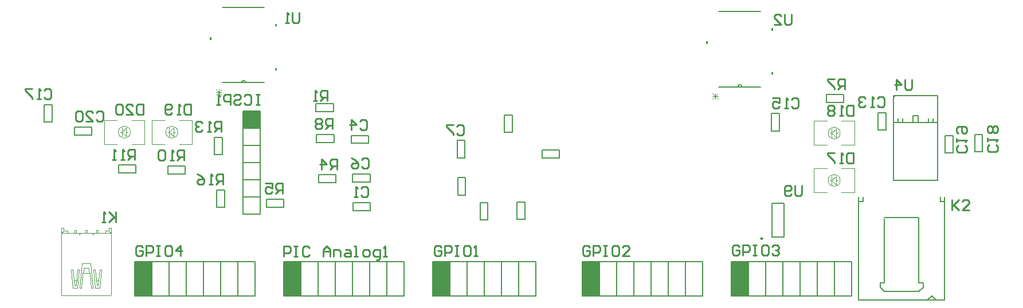
<source format=gbo>
%FSAX24Y24*%
%MOIN*%
G70*
G01*
G75*
G04 Layer_Color=32896*
%ADD10R,0.0300X0.0300*%
%ADD11R,0.0300X0.0300*%
G04:AMPARAMS|DCode=12|XSize=79mil|YSize=44mil|CornerRadius=22mil|HoleSize=0mil|Usage=FLASHONLY|Rotation=90.000|XOffset=0mil|YOffset=0mil|HoleType=Round|Shape=RoundedRectangle|*
%AMROUNDEDRECTD12*
21,1,0.0790,0.0000,0,0,90.0*
21,1,0.0350,0.0440,0,0,90.0*
1,1,0.0440,0.0000,0.0175*
1,1,0.0440,0.0000,-0.0175*
1,1,0.0440,0.0000,-0.0175*
1,1,0.0440,0.0000,0.0175*
%
%ADD12ROUNDEDRECTD12*%
%ADD13R,0.0472X0.2400*%
%ADD14O,0.0709X0.0094*%
%ADD15O,0.0094X0.0709*%
%ADD16O,0.0472X0.1181*%
%ADD17R,0.2323X0.2559*%
%ADD18O,0.0827X0.0138*%
%ADD19C,0.0060*%
%ADD20C,0.0100*%
%ADD21C,0.0094*%
%ADD22C,0.0295*%
%ADD23C,0.0197*%
%ADD24C,0.0700*%
%ADD25R,0.0700X0.0700*%
%ADD26R,0.0700X0.0700*%
%ADD27C,0.0400*%
%ADD28O,0.0600X0.1000*%
%ADD29C,0.0600*%
%ADD30C,0.2500*%
%ADD31C,0.0276*%
%ADD32O,0.0866X0.0236*%
%ADD33R,0.0600X0.1000*%
%ADD34R,0.1618X0.1717*%
%ADD35R,0.0500X0.0120*%
%ADD36C,0.0080*%
%ADD37C,0.0050*%
%ADD38C,0.0098*%
%ADD39C,0.0236*%
%ADD40C,0.0079*%
%ADD41R,0.1000X0.0996*%
%ADD42C,0.0040*%
%ADD43C,0.0030*%
%ADD44R,0.0996X0.1000*%
%ADD45R,0.0996X0.1000*%
G36*
X041645Y068559D02*
X041545Y068559D01*
X041545Y068709D01*
X041645Y068709D01*
X041645Y068559D01*
X041645Y068559D02*
G37*
G36*
X016585Y067007D02*
X016485Y067007D01*
X016485Y067157D01*
X016585Y067157D01*
X016585Y067007D01*
X016585Y067007D02*
G37*
G36*
X045455Y066767D02*
X045355Y066767D01*
X045355Y066917D01*
X045455Y066917D01*
X045455Y066767D01*
X045455Y066767D02*
G37*
G36*
X016585Y069567D02*
X016485Y069567D01*
X016485Y069717D01*
X016585Y069717D01*
X016585Y069567D01*
X016585Y069567D02*
G37*
G36*
X045455Y069327D02*
X045355Y069327D01*
X045355Y069477D01*
X045455Y069477D01*
X045455Y069327D01*
X045455Y069327D02*
G37*
G36*
X012775Y068799D02*
X012675Y068799D01*
X012675Y068949D01*
X012775Y068949D01*
X012775Y068799D01*
X012775Y068799D02*
G37*
D19*
X043620Y066065D02*
G03*
X043380Y066065I-000120J000000D01*
G01*
X014750Y066305D02*
G03*
X014510Y066305I-000120J000000D01*
G01*
X042280Y066065D02*
X044720Y066065D01*
X042280Y070435D02*
X044720Y070435D01*
X013410Y066305D02*
X015850Y066305D01*
X013410Y070675D02*
X015850Y070675D01*
X050410Y058140D02*
X050410Y059640D01*
X055410Y058140D02*
X055410Y059640D01*
X055410Y056640D02*
X055410Y058140D01*
X055410Y055140D02*
X055410Y056640D01*
X055410Y053640D02*
X055410Y055140D01*
X050410Y053640D02*
X050410Y058140D01*
X055160Y059390D02*
X055160Y059640D01*
X055160Y059390D02*
X055410Y059390D01*
X050660Y059390D02*
X050660Y059640D01*
X050410Y059390D02*
X050660Y059390D01*
X054410Y053640D02*
X054660Y053890D01*
X054910Y053640D01*
X053910Y054140D02*
X054160Y054390D01*
X054160Y054640D01*
X053910Y054640D02*
X054160Y054640D01*
X053910Y054640D02*
X053910Y058440D01*
X051910Y058440D02*
X053910Y058440D01*
X051910Y054140D02*
X053910Y054140D01*
X051660Y054390D02*
X051910Y054140D01*
X051660Y054390D02*
X051660Y054640D01*
X051910Y054640D01*
X051910Y058390D01*
X051910Y058440D02*
X053910Y058440D01*
X051910Y054140D02*
X053910Y054140D01*
X050410Y053640D02*
X055410Y053640D01*
D20*
X046500Y065320D02*
X046600Y065420D01*
X046800Y065420D01*
X046900Y065320D01*
X046900Y064920D01*
X046800Y064820D01*
X046600Y064820D01*
X046500Y064920D01*
X046300Y064820D02*
X046100Y064820D01*
X046200Y064820D01*
X046200Y065420D01*
X046300Y065320D01*
X045400Y065420D02*
X045800Y065420D01*
X045800Y065120D01*
X045600Y065220D01*
X045500Y065220D01*
X045400Y065120D01*
X045400Y064920D01*
X045500Y064820D01*
X045700Y064820D01*
X045800Y064920D01*
X006080Y064540D02*
X006180Y064640D01*
X006380Y064640D01*
X006480Y064540D01*
X006480Y064140D01*
X006380Y064040D01*
X006180Y064040D01*
X006080Y064140D01*
X005480Y064040D02*
X005880Y064040D01*
X005480Y064440D01*
X005480Y064540D01*
X005580Y064640D01*
X005780Y064640D01*
X005880Y064540D01*
X005280Y064540D02*
X005180Y064640D01*
X004980Y064640D01*
X004881Y064540D01*
X004881Y064140D01*
X004980Y064040D01*
X005180Y064040D01*
X005280Y064140D01*
X005280Y064540D01*
X016900Y059840D02*
X016900Y060440D01*
X016600Y060440D01*
X016500Y060340D01*
X016500Y060140D01*
X016600Y060040D01*
X016900Y060040D01*
X016700Y060040D02*
X016500Y059840D01*
X015900Y060440D02*
X016300Y060440D01*
X016300Y060140D01*
X016100Y060240D01*
X016000Y060240D01*
X015900Y060140D01*
X015900Y059940D01*
X016000Y059840D01*
X016200Y059840D01*
X016300Y059940D01*
X020080Y061260D02*
X020080Y061860D01*
X019780Y061860D01*
X019680Y061760D01*
X019680Y061560D01*
X019780Y061460D01*
X020080Y061460D01*
X019880Y061460D02*
X019680Y061260D01*
X019180Y061260D02*
X019180Y061860D01*
X019480Y061560D01*
X019080Y061560D01*
X034780Y056710D02*
X034680Y056810D01*
X034480Y056810D01*
X034380Y056710D01*
X034380Y056310D01*
X034480Y056210D01*
X034680Y056210D01*
X034780Y056310D01*
X034780Y056510D01*
X034580Y056510D01*
X034980Y056210D02*
X034980Y056810D01*
X035280Y056810D01*
X035380Y056710D01*
X035380Y056510D01*
X035280Y056410D01*
X034980Y056410D01*
X035580Y056810D02*
X035780Y056810D01*
X035680Y056810D01*
X035680Y056210D01*
X035580Y056210D01*
X035780Y056210D01*
X036379Y056810D02*
X036179Y056810D01*
X036079Y056710D01*
X036079Y056310D01*
X036179Y056210D01*
X036379Y056210D01*
X036479Y056310D01*
X036479Y056710D01*
X036379Y056810D01*
X037079Y056210D02*
X036679Y056210D01*
X037079Y056610D01*
X037079Y056710D01*
X036979Y056810D01*
X036779Y056810D01*
X036679Y056710D01*
X015560Y065600D02*
X015360Y065600D01*
X015460Y065600D01*
X015460Y065000D01*
X015560Y065000D01*
X015360Y065000D01*
X014660Y065500D02*
X014760Y065600D01*
X014960Y065600D01*
X015060Y065500D01*
X015060Y065100D01*
X014960Y065000D01*
X014760Y065000D01*
X014660Y065100D01*
X014060Y065500D02*
X014160Y065600D01*
X014360Y065600D01*
X014460Y065500D01*
X014460Y065400D01*
X014360Y065300D01*
X014160Y065300D01*
X014060Y065200D01*
X014060Y065100D01*
X014160Y065000D01*
X014360Y065000D01*
X014460Y065100D01*
X013861Y065000D02*
X013861Y065600D01*
X013561Y065600D01*
X013461Y065500D01*
X013461Y065300D01*
X013561Y065200D01*
X013861Y065200D01*
X013261Y065000D02*
X013061Y065000D01*
X013161Y065000D01*
X013161Y065600D01*
X013261Y065500D01*
X021520Y061810D02*
X021620Y061910D01*
X021820Y061910D01*
X021920Y061810D01*
X021920Y061410D01*
X021820Y061310D01*
X021620Y061310D01*
X021520Y061410D01*
X020920Y061910D02*
X021120Y061810D01*
X021320Y061610D01*
X021320Y061410D01*
X021220Y061310D01*
X021020Y061310D01*
X020920Y061410D01*
X020920Y061510D01*
X021020Y061610D01*
X021320Y061610D01*
X027050Y063760D02*
X027150Y063860D01*
X027350Y063860D01*
X027450Y063760D01*
X027450Y063360D01*
X027350Y063260D01*
X027150Y063260D01*
X027050Y063360D01*
X026850Y063860D02*
X026450Y063860D01*
X026450Y063760D01*
X026850Y063360D01*
X026850Y063260D01*
X021480Y060150D02*
X021580Y060250D01*
X021780Y060250D01*
X021880Y060150D01*
X021880Y059750D01*
X021780Y059650D01*
X021580Y059650D01*
X021480Y059750D01*
X021280Y059650D02*
X021080Y059650D01*
X021180Y059650D01*
X021180Y060250D01*
X021280Y060150D01*
X021420Y064060D02*
X021520Y064160D01*
X021720Y064160D01*
X021820Y064060D01*
X021820Y063660D01*
X021720Y063560D01*
X021520Y063560D01*
X021420Y063660D01*
X020920Y063560D02*
X020920Y064160D01*
X021220Y063860D01*
X020820Y063860D01*
X003040Y065860D02*
X003140Y065960D01*
X003340Y065960D01*
X003440Y065860D01*
X003440Y065460D01*
X003340Y065360D01*
X003140Y065360D01*
X003040Y065460D01*
X002840Y065360D02*
X002640Y065360D01*
X002740Y065360D01*
X002740Y065960D01*
X002840Y065860D01*
X002340Y065960D02*
X001940Y065960D01*
X001940Y065860D01*
X002340Y065460D01*
X002340Y065360D01*
X058400Y062680D02*
X058500Y062580D01*
X058500Y062380D01*
X058400Y062280D01*
X058000Y062280D01*
X057900Y062380D01*
X057900Y062580D01*
X058000Y062680D01*
X057900Y062880D02*
X057900Y063080D01*
X057900Y062980D01*
X058500Y062980D01*
X058400Y062880D01*
X058400Y063380D02*
X058500Y063480D01*
X058500Y063680D01*
X058400Y063780D01*
X058300Y063780D01*
X058200Y063680D01*
X058100Y063780D01*
X058000Y063780D01*
X057900Y063680D01*
X057900Y063480D01*
X058000Y063380D01*
X058100Y063380D01*
X058200Y063480D01*
X058300Y063380D01*
X058400Y063380D01*
X058200Y063480D02*
X058200Y063680D01*
X056620Y062640D02*
X056720Y062540D01*
X056720Y062340D01*
X056620Y062240D01*
X056220Y062240D01*
X056120Y062340D01*
X056120Y062540D01*
X056220Y062640D01*
X056120Y062840D02*
X056120Y063040D01*
X056120Y062940D01*
X056720Y062940D01*
X056620Y062840D01*
X056220Y063340D02*
X056120Y063440D01*
X056120Y063640D01*
X056220Y063740D01*
X056620Y063740D01*
X056720Y063640D01*
X056720Y063440D01*
X056620Y063340D01*
X056520Y063340D01*
X056420Y063440D01*
X056420Y063740D01*
X050090Y062230D02*
X050090Y061630D01*
X049790Y061630D01*
X049690Y061730D01*
X049690Y062130D01*
X049790Y062230D01*
X050090Y062230D01*
X049490Y061630D02*
X049290Y061630D01*
X049390Y061630D01*
X049390Y062230D01*
X049490Y062130D01*
X048990Y062230D02*
X048590Y062230D01*
X048590Y062130D01*
X048990Y061730D01*
X048990Y061630D01*
X050090Y064990D02*
X050090Y064390D01*
X049790Y064390D01*
X049690Y064490D01*
X049690Y064890D01*
X049790Y064990D01*
X050090Y064990D01*
X049490Y064390D02*
X049290Y064390D01*
X049390Y064390D01*
X049390Y064990D01*
X049490Y064890D01*
X048990Y064890D02*
X048890Y064990D01*
X048690Y064990D01*
X048590Y064890D01*
X048590Y064790D01*
X048690Y064690D01*
X048590Y064590D01*
X048590Y064490D01*
X048690Y064390D01*
X048890Y064390D01*
X048990Y064490D01*
X048990Y064590D01*
X048890Y064690D01*
X048990Y064790D01*
X048990Y064890D01*
X048890Y064690D02*
X048690Y064690D01*
X007190Y058770D02*
X007190Y058170D01*
X007190Y058370D01*
X006790Y058770D01*
X007090Y058470D01*
X006790Y058170D01*
X006590Y058170D02*
X006390Y058170D01*
X006490Y058170D01*
X006490Y058770D01*
X006590Y058670D01*
X055840Y059480D02*
X055840Y058880D01*
X055840Y059080D01*
X056240Y059480D01*
X055940Y059180D01*
X056240Y058880D01*
X056840Y058880D02*
X056440Y058880D01*
X056840Y059280D01*
X056840Y059380D01*
X056740Y059480D01*
X056540Y059480D01*
X056440Y059380D01*
X016960Y056190D02*
X016960Y056790D01*
X017260Y056790D01*
X017360Y056690D01*
X017360Y056490D01*
X017260Y056390D01*
X016960Y056390D01*
X017560Y056790D02*
X017760Y056790D01*
X017660Y056790D01*
X017660Y056190D01*
X017560Y056190D01*
X017760Y056190D01*
X018460Y056690D02*
X018360Y056790D01*
X018160Y056790D01*
X018060Y056690D01*
X018060Y056290D01*
X018160Y056190D01*
X018360Y056190D01*
X018460Y056290D01*
X019259Y056190D02*
X019259Y056590D01*
X019459Y056790D01*
X019659Y056590D01*
X019659Y056190D01*
X019659Y056490D01*
X019259Y056490D01*
X019859Y056190D02*
X019859Y056590D01*
X020159Y056590D01*
X020259Y056490D01*
X020259Y056190D01*
X020559Y056590D02*
X020759Y056590D01*
X020859Y056490D01*
X020859Y056190D01*
X020559Y056190D01*
X020459Y056290D01*
X020559Y056390D01*
X020859Y056390D01*
X021059Y056190D02*
X021259Y056190D01*
X021159Y056190D01*
X021159Y056790D01*
X021059Y056790D01*
X021658Y056190D02*
X021858Y056190D01*
X021958Y056290D01*
X021958Y056490D01*
X021858Y056590D01*
X021658Y056590D01*
X021559Y056490D01*
X021559Y056290D01*
X021658Y056190D01*
X022358Y055990D02*
X022458Y055990D01*
X022558Y056090D01*
X022558Y056590D01*
X022258Y056590D01*
X022158Y056490D01*
X022158Y056290D01*
X022258Y056190D01*
X022558Y056190D01*
X022758Y056190D02*
X022958Y056190D01*
X022858Y056190D01*
X022858Y056790D01*
X022758Y056690D01*
X019510Y065250D02*
X019510Y065850D01*
X019210Y065850D01*
X019110Y065750D01*
X019110Y065550D01*
X019210Y065450D01*
X019510Y065450D01*
X019310Y065450D02*
X019110Y065250D01*
X018910Y065250D02*
X018710Y065250D01*
X018810Y065250D01*
X018810Y065850D01*
X018910Y065750D01*
X049600Y065930D02*
X049600Y066530D01*
X049300Y066530D01*
X049200Y066430D01*
X049200Y066230D01*
X049300Y066130D01*
X049600Y066130D01*
X049400Y066130D02*
X049200Y065930D01*
X049000Y066530D02*
X048600Y066530D01*
X048600Y066430D01*
X049000Y066030D01*
X049000Y065930D01*
X019815Y063609D02*
X019815Y064209D01*
X019515Y064209D01*
X019415Y064109D01*
X019415Y063909D01*
X019515Y063809D01*
X019815Y063809D01*
X019615Y063809D02*
X019415Y063609D01*
X019215Y064109D02*
X019115Y064209D01*
X018915Y064209D01*
X018815Y064109D01*
X018815Y064009D01*
X018915Y063909D01*
X018815Y063809D01*
X018815Y063709D01*
X018915Y063609D01*
X019115Y063609D01*
X019215Y063709D01*
X019215Y063809D01*
X019115Y063909D01*
X019215Y064009D01*
X019215Y064109D01*
X019115Y063909D02*
X018915Y063909D01*
X011163Y061779D02*
X011163Y062379D01*
X010863Y062379D01*
X010764Y062279D01*
X010764Y062079D01*
X010863Y061979D01*
X011163Y061979D01*
X010963Y061979D02*
X010764Y061779D01*
X010564Y061779D02*
X010364Y061779D01*
X010464Y061779D01*
X010464Y062379D01*
X010564Y062279D01*
X010064Y062279D02*
X009964Y062379D01*
X009764Y062379D01*
X009664Y062279D01*
X009664Y061879D01*
X009764Y061779D01*
X009964Y061779D01*
X010064Y061879D01*
X010064Y062279D01*
X008297Y061820D02*
X008297Y062420D01*
X007997Y062420D01*
X007897Y062320D01*
X007897Y062120D01*
X007997Y062020D01*
X008297Y062020D01*
X008097Y062020D02*
X007897Y061820D01*
X007697Y061820D02*
X007497Y061820D01*
X007597Y061820D01*
X007597Y062420D01*
X007697Y062320D01*
X007197Y061820D02*
X006997Y061820D01*
X007097Y061820D01*
X007097Y062420D01*
X007197Y062320D01*
X017880Y070370D02*
X017880Y069870D01*
X017780Y069770D01*
X017580Y069770D01*
X017480Y069870D01*
X017480Y070370D01*
X017280Y069770D02*
X017080Y069770D01*
X017180Y069770D01*
X017180Y070370D01*
X017280Y070270D01*
X046520Y070270D02*
X046520Y069770D01*
X046420Y069670D01*
X046220Y069670D01*
X046120Y069770D01*
X046120Y070270D01*
X045520Y069670D02*
X045920Y069670D01*
X045520Y070070D01*
X045520Y070170D01*
X045620Y070270D01*
X045820Y070270D01*
X045920Y070170D01*
X053510Y066490D02*
X053510Y065990D01*
X053410Y065890D01*
X053210Y065890D01*
X053110Y065990D01*
X053110Y066490D01*
X052610Y065890D02*
X052610Y066490D01*
X052910Y066190D01*
X052510Y066190D01*
X047120Y060310D02*
X047120Y059810D01*
X047020Y059710D01*
X046820Y059710D01*
X046720Y059810D01*
X046720Y060310D01*
X046520Y059810D02*
X046420Y059710D01*
X046220Y059710D01*
X046120Y059810D01*
X046120Y060210D01*
X046220Y060310D01*
X046420Y060310D01*
X046520Y060210D01*
X046520Y060110D01*
X046420Y060010D01*
X046120Y060010D01*
X026130Y056720D02*
X026030Y056820D01*
X025830Y056820D01*
X025730Y056720D01*
X025730Y056320D01*
X025830Y056220D01*
X026030Y056220D01*
X026130Y056320D01*
X026130Y056520D01*
X025930Y056520D01*
X026330Y056220D02*
X026330Y056820D01*
X026630Y056820D01*
X026730Y056720D01*
X026730Y056520D01*
X026630Y056420D01*
X026330Y056420D01*
X026930Y056820D02*
X027130Y056820D01*
X027030Y056820D01*
X027030Y056220D01*
X026930Y056220D01*
X027130Y056220D01*
X027729Y056820D02*
X027529Y056820D01*
X027429Y056720D01*
X027429Y056320D01*
X027529Y056220D01*
X027729Y056220D01*
X027829Y056320D01*
X027829Y056720D01*
X027729Y056820D01*
X028029Y056220D02*
X028229Y056220D01*
X028129Y056220D01*
X028129Y056820D01*
X028029Y056720D01*
X011560Y065040D02*
X011560Y064440D01*
X011260Y064440D01*
X011160Y064540D01*
X011160Y064940D01*
X011260Y065040D01*
X011560Y065040D01*
X010960Y064440D02*
X010760Y064440D01*
X010860Y064440D01*
X010860Y065040D01*
X010960Y064940D01*
X010460Y064540D02*
X010360Y064440D01*
X010160Y064440D01*
X010060Y064540D01*
X010060Y064940D01*
X010160Y065040D01*
X010360Y065040D01*
X010460Y064940D01*
X010460Y064840D01*
X010360Y064740D01*
X010060Y064740D01*
X008810Y065040D02*
X008810Y064440D01*
X008510Y064440D01*
X008410Y064540D01*
X008410Y064940D01*
X008510Y065040D01*
X008810Y065040D01*
X007810Y064440D02*
X008210Y064440D01*
X007810Y064840D01*
X007810Y064940D01*
X007910Y065040D01*
X008110Y065040D01*
X008210Y064940D01*
X007610Y064940D02*
X007510Y065040D01*
X007310Y065040D01*
X007211Y064940D01*
X007211Y064540D01*
X007310Y064440D01*
X007510Y064440D01*
X007610Y064540D01*
X007610Y064940D01*
X043470Y056750D02*
X043370Y056850D01*
X043170Y056850D01*
X043070Y056750D01*
X043070Y056350D01*
X043170Y056250D01*
X043370Y056250D01*
X043470Y056350D01*
X043470Y056550D01*
X043270Y056550D01*
X043670Y056250D02*
X043670Y056850D01*
X043970Y056850D01*
X044070Y056750D01*
X044070Y056550D01*
X043970Y056450D01*
X043670Y056450D01*
X044270Y056850D02*
X044470Y056850D01*
X044370Y056850D01*
X044370Y056250D01*
X044270Y056250D01*
X044470Y056250D01*
X045069Y056850D02*
X044869Y056850D01*
X044769Y056750D01*
X044769Y056350D01*
X044869Y056250D01*
X045069Y056250D01*
X045169Y056350D01*
X045169Y056750D01*
X045069Y056850D01*
X045369Y056750D02*
X045469Y056850D01*
X045669Y056850D01*
X045769Y056750D01*
X045769Y056650D01*
X045669Y056550D01*
X045569Y056550D01*
X045669Y056550D01*
X045769Y056450D01*
X045769Y056350D01*
X045669Y056250D01*
X045469Y056250D01*
X045369Y056350D01*
X008760Y056710D02*
X008660Y056810D01*
X008460Y056810D01*
X008360Y056710D01*
X008360Y056310D01*
X008460Y056210D01*
X008660Y056210D01*
X008760Y056310D01*
X008760Y056510D01*
X008560Y056510D01*
X008960Y056210D02*
X008960Y056810D01*
X009260Y056810D01*
X009360Y056710D01*
X009360Y056510D01*
X009260Y056410D01*
X008960Y056410D01*
X009560Y056810D02*
X009760Y056810D01*
X009660Y056810D01*
X009660Y056210D01*
X009560Y056210D01*
X009760Y056210D01*
X010359Y056810D02*
X010159Y056810D01*
X010059Y056710D01*
X010059Y056310D01*
X010159Y056210D01*
X010359Y056210D01*
X010459Y056310D01*
X010459Y056710D01*
X010359Y056810D01*
X010959Y056210D02*
X010959Y056810D01*
X010659Y056510D01*
X011059Y056510D01*
X051520Y065390D02*
X051620Y065490D01*
X051820Y065490D01*
X051920Y065390D01*
X051920Y064990D01*
X051820Y064890D01*
X051620Y064890D01*
X051520Y064990D01*
X051320Y064890D02*
X051120Y064890D01*
X051220Y064890D01*
X051220Y065490D01*
X051320Y065390D01*
X050820Y065390D02*
X050720Y065490D01*
X050520Y065490D01*
X050420Y065390D01*
X050420Y065290D01*
X050520Y065190D01*
X050620Y065190D01*
X050520Y065190D01*
X050420Y065090D01*
X050420Y064990D01*
X050520Y064890D01*
X050720Y064890D01*
X050820Y064990D01*
X013330Y063440D02*
X013330Y064040D01*
X013030Y064040D01*
X012930Y063940D01*
X012930Y063740D01*
X013030Y063640D01*
X013330Y063640D01*
X013130Y063640D02*
X012930Y063440D01*
X012730Y063440D02*
X012530Y063440D01*
X012630Y063440D01*
X012630Y064040D01*
X012730Y063940D01*
X012230Y063940D02*
X012130Y064040D01*
X011930Y064040D01*
X011830Y063940D01*
X011830Y063840D01*
X011930Y063740D01*
X012030Y063740D01*
X011930Y063740D01*
X011830Y063640D01*
X011830Y063540D01*
X011930Y063440D01*
X012130Y063440D01*
X012230Y063540D01*
X013450Y060390D02*
X013450Y060990D01*
X013150Y060990D01*
X013050Y060890D01*
X013050Y060690D01*
X013150Y060590D01*
X013450Y060590D01*
X013250Y060590D02*
X013050Y060390D01*
X012850Y060390D02*
X012650Y060390D01*
X012750Y060390D01*
X012750Y060990D01*
X012850Y060890D01*
X011950Y060990D02*
X012150Y060890D01*
X012350Y060690D01*
X012350Y060490D01*
X012250Y060390D01*
X012050Y060390D01*
X011950Y060490D01*
X011950Y060590D01*
X012050Y060690D01*
X012350Y060690D01*
D36*
X043000Y053870D02*
X043000Y054870D01*
X043000Y053870D02*
X050000Y053870D01*
X046000Y053870D02*
X046000Y054870D01*
X047000Y053870D02*
X047000Y054870D01*
X047000Y053870D02*
X047000Y054870D01*
X048000Y053870D02*
X048000Y054870D01*
X048000Y053870D02*
X048000Y054870D01*
X049000Y053870D02*
X049000Y054870D01*
X049000Y053870D02*
X049000Y054870D01*
X050000Y053870D02*
X050000Y054870D01*
X050000Y053870D02*
X050000Y054870D01*
X045000Y053870D02*
X045000Y054870D01*
X044000Y053870D02*
X044000Y054870D01*
X044000Y054870D02*
X044000Y055870D01*
X045000Y054870D02*
X045000Y055870D01*
X050000Y054870D02*
X050000Y055870D01*
X050000Y054870D02*
X050000Y055870D01*
X049000Y054870D02*
X049000Y055870D01*
X049000Y054870D02*
X049000Y055870D01*
X048000Y054870D02*
X048000Y055870D01*
X048000Y054870D02*
X048000Y055870D01*
X047000Y054870D02*
X047000Y055870D01*
X047000Y054870D02*
X047000Y055870D01*
X043000Y055870D02*
X050000Y055870D01*
X046000Y054870D02*
X046000Y055870D01*
X043000Y054870D02*
X043000Y055870D01*
X016975Y053870D02*
X016975Y054870D01*
X016975Y053870D02*
X023975Y053870D01*
X019975Y053870D02*
X019975Y054870D01*
X020975Y053870D02*
X020975Y054870D01*
X020975Y053870D02*
X020975Y054870D01*
X021975Y053870D02*
X021975Y054870D01*
X021975Y053870D02*
X021975Y054870D01*
X022975Y053870D02*
X022975Y054870D01*
X022975Y053870D02*
X022975Y054870D01*
X023975Y053870D02*
X023975Y054870D01*
X023975Y053870D02*
X023975Y054870D01*
X018975Y053870D02*
X018975Y054870D01*
X017975Y053870D02*
X017975Y054870D01*
X017975Y054870D02*
X017975Y055870D01*
X018975Y054870D02*
X018975Y055870D01*
X023975Y054870D02*
X023975Y055870D01*
X023975Y054870D02*
X023975Y055870D01*
X022975Y054870D02*
X022975Y055870D01*
X022975Y054870D02*
X022975Y055870D01*
X021975Y054870D02*
X021975Y055870D01*
X021975Y054870D02*
X021975Y055870D01*
X020975Y054870D02*
X020975Y055870D01*
X020975Y054870D02*
X020975Y055870D01*
X016975Y055870D02*
X023975Y055870D01*
X019975Y054870D02*
X019975Y055870D01*
X016975Y054870D02*
X016975Y055870D01*
X025650Y054870D02*
X025650Y055870D01*
X028650Y054870D02*
X028650Y055870D01*
X025650Y055870D02*
X031650Y055870D01*
X029650Y054870D02*
X029650Y055870D01*
X029650Y054870D02*
X029650Y055870D01*
X030650Y054870D02*
X030650Y055870D01*
X030650Y054870D02*
X030650Y055870D01*
X031650Y054870D02*
X031650Y055870D01*
X031650Y054870D02*
X031650Y055870D01*
X027650Y054870D02*
X027650Y055870D01*
X026650Y054870D02*
X026650Y055870D01*
X026650Y053870D02*
X026650Y054870D01*
X027650Y053870D02*
X027650Y054870D01*
X031650Y053870D02*
X031650Y054870D01*
X031650Y053870D02*
X031650Y054870D01*
X030650Y053870D02*
X030650Y054870D01*
X030650Y053870D02*
X030650Y054870D01*
X029650Y053870D02*
X029650Y054870D01*
X029650Y053870D02*
X029650Y054870D01*
X028650Y053870D02*
X028650Y054870D01*
X025650Y053870D02*
X031650Y053870D01*
X025650Y053870D02*
X025650Y054870D01*
X034325Y053870D02*
X034325Y054870D01*
X037325Y053870D02*
X037325Y054870D01*
X034325Y053870D02*
X041325Y053870D01*
X038325Y053870D02*
X038325Y054870D01*
X038325Y053870D02*
X038325Y054870D01*
X039325Y053870D02*
X039325Y054870D01*
X039325Y053870D02*
X039325Y054870D01*
X040325Y053870D02*
X040325Y054870D01*
X040325Y053870D02*
X040325Y054870D01*
X041325Y053870D02*
X041325Y054870D01*
X041325Y053870D02*
X041325Y054870D01*
X036325Y053870D02*
X036325Y054870D01*
X035325Y053870D02*
X035325Y054870D01*
X035325Y055870D01*
X036325Y054870D02*
X036325Y055870D01*
X041325Y054870D02*
X041325Y055870D01*
X041325Y054870D02*
X041325Y055870D01*
X040325Y054870D02*
X040325Y055870D01*
X040325Y054870D02*
X040325Y055870D01*
X039325Y054870D02*
X039325Y055870D01*
X039325Y054870D02*
X039325Y055870D01*
X038325Y054870D02*
X038325Y055870D01*
X038325Y054870D02*
X038325Y055870D01*
X037325Y054870D02*
X037325Y055870D01*
X034325Y055870D02*
X041325Y055870D01*
X034325Y054870D02*
X034325Y055870D01*
X014620Y063660D02*
X015620Y063660D01*
X014620Y062660D02*
X015620Y062660D01*
X014620Y058660D02*
X015620Y058660D01*
X014620Y058660D02*
X015620Y058660D01*
X014620Y059660D02*
X015620Y059660D01*
X014620Y059660D02*
X015620Y059660D01*
X014620Y060660D02*
X015620Y060660D01*
X014620Y060660D02*
X015620Y060660D01*
X015620Y064660D02*
X015620Y058660D01*
X014620Y061660D02*
X015620Y061660D01*
X014620Y058660D02*
X014620Y064660D01*
X015620Y064660D01*
X014620Y058660D02*
X015620Y058660D01*
X008300Y054870D02*
X008300Y055870D01*
X015300Y055870D01*
X011300Y054870D02*
X011300Y055870D01*
X012300Y054870D02*
X012300Y055870D01*
X012300Y054870D02*
X012300Y055870D01*
X013300Y054870D02*
X013300Y055870D01*
X013300Y054870D02*
X013300Y055870D01*
X014300Y054870D02*
X014300Y055870D01*
X014300Y054870D02*
X014300Y055870D01*
X015300Y054870D02*
X015300Y055870D01*
X015300Y054870D02*
X015300Y055870D01*
X010300Y054870D02*
X010300Y055870D01*
X009300Y054870D02*
X009300Y055870D01*
X009300Y053870D02*
X009300Y054870D01*
X010300Y053870D02*
X010300Y054870D01*
X015300Y053870D02*
X015300Y054870D01*
X015300Y053870D02*
X015300Y054870D01*
X014300Y053870D02*
X014300Y054870D01*
X014300Y053870D02*
X014300Y054870D01*
X013300Y053870D02*
X013300Y054870D01*
X013300Y053870D02*
X013300Y054870D01*
X012300Y053870D02*
X012300Y054870D01*
X012300Y053870D02*
X012300Y054870D01*
X008300Y053870D02*
X015300Y053870D01*
X011300Y053870D02*
X011300Y054870D01*
X008300Y053870D02*
X008300Y054870D01*
D37*
X027550Y059760D02*
X027550Y060770D01*
X027090Y059760D02*
X027090Y060770D01*
X027550Y060770D01*
X027090Y059760D02*
X027550Y059760D01*
X021900Y062770D02*
X021900Y063230D01*
X020890Y062770D02*
X020890Y063230D01*
X020890Y062770D02*
X021900Y062770D01*
X020890Y063230D02*
X021900Y063230D01*
X018850Y064620D02*
X018850Y065080D01*
X019860Y064620D02*
X019860Y065080D01*
X018850Y065080D02*
X019860Y065080D01*
X018850Y064620D02*
X019860Y064620D01*
X030530Y058340D02*
X030530Y059350D01*
X030990Y058340D02*
X030990Y059350D01*
X030530Y058340D02*
X030990Y058340D01*
X030530Y059350D02*
X030990Y059350D01*
X045790Y063490D02*
X045790Y064500D01*
X045330Y063490D02*
X045330Y064500D01*
X045790Y064500D01*
X045330Y063490D02*
X045790Y063490D01*
X019010Y060940D02*
X020020Y060940D01*
X019010Y060480D02*
X020020Y060480D01*
X019010Y060480D02*
X019010Y060940D01*
X020020Y060480D02*
X020020Y060940D01*
X015960Y059060D02*
X016970Y059060D01*
X015960Y059520D02*
X016970Y059520D01*
X016970Y059060D02*
X016970Y059520D01*
X015960Y059060D02*
X015960Y059520D01*
X030270Y063410D02*
X030270Y064420D01*
X029810Y063410D02*
X029810Y064420D01*
X030270Y064420D01*
X029810Y063410D02*
X030270Y063410D01*
X027520Y061930D02*
X027520Y062940D01*
X027060Y061930D02*
X027060Y062940D01*
X027520Y062940D01*
X027060Y061930D02*
X027520Y061930D01*
X020980Y060990D02*
X021990Y060990D01*
X020980Y060530D02*
X021990Y060530D01*
X020980Y060530D02*
X020980Y060990D01*
X021990Y060530D02*
X021990Y060990D01*
X028850Y058310D02*
X028850Y059320D01*
X028390Y058310D02*
X028390Y059320D01*
X028850Y059320D01*
X028390Y058310D02*
X028850Y058310D01*
X004810Y063710D02*
X005820Y063710D01*
X004810Y063250D02*
X005820Y063250D01*
X004810Y063250D02*
X004810Y063710D01*
X005820Y063250D02*
X005820Y063710D01*
X032010Y061930D02*
X032010Y062390D01*
X033020Y061930D02*
X033020Y062390D01*
X032010Y062390D02*
X033020Y062390D01*
X032010Y061930D02*
X033020Y061930D01*
X052440Y065460D02*
X052540Y065560D01*
X052440Y060610D02*
X054990Y060610D01*
X052440Y060610D02*
X052440Y065560D01*
X054990Y065560D01*
X054990Y060610D02*
X054990Y065560D01*
X052702Y063984D02*
X052702Y064210D01*
X052978Y063984D02*
X052978Y064210D01*
X052466Y063984D02*
X054986Y063984D01*
X054749Y063984D02*
X054749Y064210D01*
X054474Y063984D02*
X054474Y064210D01*
X053864Y063984D02*
X053864Y064378D01*
X053588Y063984D02*
X053588Y064378D01*
X053864Y064378D01*
X052702Y063984D02*
X052702Y064210D01*
X052978Y063984D02*
X052978Y064210D01*
X048530Y065140D02*
X048530Y065600D01*
X049540Y065140D02*
X049540Y065600D01*
X048530Y065600D02*
X049540Y065600D01*
X048530Y065140D02*
X049540Y065140D01*
X008370Y061040D02*
X008370Y061500D01*
X007360Y061040D02*
X007360Y061500D01*
X007360Y061040D02*
X008370Y061040D01*
X007360Y061500D02*
X008370Y061500D01*
X019890Y062820D02*
X019890Y063280D01*
X018880Y062820D02*
X018880Y063280D01*
X018880Y062820D02*
X019890Y062820D01*
X018880Y063280D02*
X019890Y063280D01*
X011240Y060990D02*
X011240Y061450D01*
X010230Y060990D02*
X010230Y061450D01*
X010230Y060990D02*
X011240Y060990D01*
X010230Y061450D02*
X011240Y061450D01*
X021010Y058860D02*
X021010Y059320D01*
X022020Y058860D02*
X022020Y059320D01*
X021010Y059320D02*
X022020Y059320D01*
X021010Y058860D02*
X022020Y058860D01*
X013070Y059050D02*
X013530Y059050D01*
X013070Y060060D02*
X013530Y060060D01*
X013070Y059050D02*
X013070Y060060D01*
X013530Y059050D02*
X013530Y060060D01*
X012940Y062100D02*
X013400Y062100D01*
X012940Y063110D02*
X013400Y063110D01*
X012940Y062100D02*
X012940Y063110D01*
X013400Y062100D02*
X013400Y063110D01*
X057160Y062270D02*
X057620Y062270D01*
X057160Y063280D02*
X057620Y063280D01*
X057160Y062270D02*
X057160Y063280D01*
X057620Y062270D02*
X057620Y063280D01*
X055430Y062220D02*
X055890Y062220D01*
X055430Y063230D02*
X055890Y063230D01*
X055430Y062220D02*
X055430Y063230D01*
X055890Y062220D02*
X055890Y063230D01*
X003050Y064020D02*
X003510Y064020D01*
X003050Y065030D02*
X003510Y065030D01*
X003050Y064020D02*
X003050Y065030D01*
X003510Y064020D02*
X003510Y065030D01*
X051540Y064560D02*
X052000Y064560D01*
X051540Y063550D02*
X052000Y063550D01*
X052000Y064560D01*
X051540Y063550D02*
X051540Y064560D01*
D38*
X044824Y057225D02*
G03*
X044824Y057225I-000049J000000D01*
G01*
D40*
X045366Y057326D02*
X045366Y059294D01*
X046074Y057326D02*
X046074Y059294D01*
X045366Y057326D02*
X046074Y057326D01*
X045366Y059294D02*
X046074Y059294D01*
D41*
X015120Y064162D02*
D03*
D42*
X049340Y060610D02*
G03*
X049340Y060610I-000350J000000D01*
G01*
X049340Y063366D02*
G03*
X049340Y063366I-000350J000000D01*
G01*
X010814Y063423D02*
G03*
X010814Y063423I-000350J000000D01*
G01*
X008058Y063423D02*
G03*
X008058Y063423I-000350J000000D01*
G01*
X047820Y059910D02*
X047820Y061310D01*
X050170Y059910D02*
X050170Y061310D01*
X047820Y061310D02*
X048570Y061310D01*
X047820Y059910D02*
X048570Y059910D01*
X049420Y059910D02*
X050170Y059910D01*
X049420Y061310D02*
X050170Y061310D01*
X049090Y060610D02*
X049190Y060610D01*
X049090Y060610D02*
X049090Y060860D01*
X048840Y060610D02*
X049090Y060860D01*
X048840Y060610D02*
X048840Y060860D01*
X049090Y060610D02*
X049190Y060610D01*
X049090Y060360D02*
X049090Y060610D01*
X048840Y060610D02*
X049090Y060360D01*
X048840Y060360D02*
X048840Y060610D01*
X048740Y060610D02*
X048840Y060610D01*
X047820Y062666D02*
X047820Y064066D01*
X050170Y062666D02*
X050170Y064066D01*
X047820Y064066D02*
X048570Y064066D01*
X047820Y062666D02*
X048570Y062666D01*
X049420Y062666D02*
X050170Y062666D01*
X049420Y064066D02*
X050170Y064066D01*
X049090Y063366D02*
X049190Y063366D01*
X049090Y063366D02*
X049090Y063616D01*
X048840Y063366D02*
X049090Y063616D01*
X048840Y063366D02*
X048840Y063616D01*
X049090Y063366D02*
X049190Y063366D01*
X049090Y063116D02*
X049090Y063366D01*
X048840Y063366D02*
X049090Y063116D01*
X048840Y063116D02*
X048840Y063366D01*
X048740Y063366D02*
X048840Y063366D01*
X004053Y057548D02*
X004398Y057548D01*
X004398Y057676D01*
X004181Y057676D02*
X004398Y057676D01*
X004053Y057528D02*
X004181Y057676D01*
X004181Y057853D01*
X004053Y057853D02*
X004181Y057853D01*
X004811Y057725D02*
X004900Y057725D01*
X004811Y057548D02*
X004811Y057725D01*
X004900Y057548D02*
X004900Y057725D01*
X005441Y057725D02*
X005529Y057725D01*
X005441Y057548D02*
X005441Y057725D01*
X005529Y057548D02*
X005529Y057725D01*
X006071Y057725D02*
X006159Y057725D01*
X006071Y057548D02*
X006071Y057725D01*
X006159Y057548D02*
X006159Y057725D01*
X005106Y057440D02*
X005155Y057548D01*
X005037Y057548D02*
X005106Y057440D01*
X005835Y057548D02*
X005884Y057449D01*
X005943Y057548D01*
X004053Y057548D02*
X006937Y057548D01*
X006592Y057548D02*
X006937Y057548D01*
X006592Y057548D02*
X006592Y057676D01*
X006809Y057676D01*
X006937Y057528D01*
X006809Y057676D02*
X006809Y057853D01*
X006937Y057853D01*
X004053Y053926D02*
X004053Y057853D01*
X004053Y053926D02*
X006917Y053926D01*
X006937Y053945D02*
X006937Y057853D01*
X006917Y053926D02*
X006937Y053945D01*
X006277Y054349D02*
X006376Y055432D01*
X006002Y054349D02*
X006277Y054349D01*
X005903Y055432D02*
X006002Y054349D01*
X006268Y055432D02*
X006376Y055432D01*
X006189Y054516D02*
X006268Y055432D01*
X006100Y054516D02*
X006189Y054516D01*
X006012Y055432D02*
X006090Y054516D01*
X006090Y054772D02*
X006199Y054772D01*
X005903Y055432D02*
X006012Y055432D01*
X004604Y055432D02*
X004703Y054349D01*
X004978Y054349D01*
X005077Y055432D01*
X004604Y055432D02*
X004713Y055432D01*
X004791Y054516D01*
X004880Y054516D01*
X004890Y054516D02*
X004968Y055432D01*
X004781Y054772D02*
X004890Y054772D01*
X004968Y055432D02*
X005077Y055432D01*
X005756Y055766D02*
X005864Y054339D01*
X005490Y055766D02*
X005756Y055766D01*
X005766Y054339D02*
X005864Y054339D01*
X005697Y055225D02*
X005766Y054339D01*
X005648Y055304D02*
X005697Y055225D01*
X005648Y055304D02*
X005648Y055530D01*
X005490Y055530D02*
X005648Y055530D01*
X005490Y055225D02*
X005697Y055225D01*
X005116Y054339D02*
X005224Y055766D01*
X005490Y055766D01*
X005116Y054339D02*
X005214Y054339D01*
X005283Y055225D01*
X005333Y055304D01*
X005333Y055530D01*
X005490Y055530D01*
X005283Y055225D02*
X005490Y055225D01*
X010214Y063423D02*
X010314Y063423D01*
X010314Y063173D02*
X010314Y063423D01*
X010564Y063173D01*
X010564Y063423D01*
X010664Y063423D01*
X010314Y063423D02*
X010314Y063673D01*
X010314Y063423D02*
X010564Y063673D01*
X010564Y063423D02*
X010564Y063673D01*
X010564Y063423D02*
X010664Y063423D01*
X010894Y064123D02*
X011644Y064123D01*
X010894Y062723D02*
X011644Y062723D01*
X009294Y062723D02*
X010044Y062723D01*
X009294Y064123D02*
X010044Y064123D01*
X011644Y062723D02*
X011644Y064123D01*
X009294Y062723D02*
X009294Y064123D01*
X007458Y063423D02*
X007558Y063423D01*
X007558Y063173D02*
X007558Y063423D01*
X007808Y063173D01*
X007808Y063423D01*
X007908Y063423D01*
X007558Y063423D02*
X007558Y063673D01*
X007558Y063423D02*
X007808Y063673D01*
X007808Y063423D02*
X007808Y063673D01*
X007808Y063423D02*
X007908Y063423D01*
X008138Y064123D02*
X008888Y064123D01*
X008138Y062723D02*
X008888Y062723D01*
X006538Y062723D02*
X007288Y062723D01*
X006538Y064123D02*
X007288Y064123D01*
X008888Y062723D02*
X008888Y064123D01*
X006538Y062723D02*
X006538Y064123D01*
D43*
X041895Y065344D02*
X042228Y065677D01*
X041895Y065677D02*
X042228Y065344D01*
X041895Y065511D02*
X042228Y065511D01*
X042062Y065677D02*
X042062Y065344D01*
X013025Y065584D02*
X013358Y065917D01*
X013025Y065917D02*
X013358Y065584D01*
X013025Y065751D02*
X013358Y065751D01*
X013192Y065917D02*
X013192Y065584D01*
D44*
X043498Y054370D02*
D03*
X043498Y055370D02*
D03*
X017473Y054370D02*
D03*
X017473Y055370D02*
D03*
X026148Y055371D02*
D03*
X026148Y054371D02*
D03*
X034823Y055370D02*
D03*
X008798Y055370D02*
D03*
X008798Y054370D02*
D03*
D45*
X034823Y054370D02*
D03*
M02*

</source>
